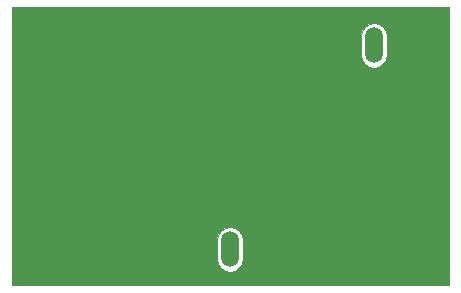
<source format=gbr>
G04 #@! TF.FileFunction,Copper,L2,Bot,Signal*
%FSLAX46Y46*%
G04 Gerber Fmt 4.6, Leading zero omitted, Abs format (unit mm)*
G04 Created by KiCad (PCBNEW 4.0.2+dfsg1-stable) date Qua 18 Mai 2016 07:41:20 BRT*
%MOMM*%
G01*
G04 APERTURE LIST*
%ADD10C,0.100000*%
%ADD11C,1.500000*%
%ADD12O,1.506220X3.014980*%
%ADD13R,4.000000X1.481000*%
%ADD14R,1.481000X4.000000*%
G04 APERTURE END LIST*
D10*
D11*
X155000000Y-94670000D03*
X157500000Y-94670000D03*
X160000000Y-94670000D03*
X162500000Y-94670000D03*
X152500000Y-99670000D03*
X155000000Y-99670000D03*
X157500000Y-99670000D03*
X160000000Y-99670000D03*
X162500000Y-99670000D03*
X146110000Y-94000000D03*
X145040000Y-95600000D03*
X147540000Y-100600000D03*
X145040000Y-100600000D03*
X142540000Y-100600000D03*
X140040000Y-100600000D03*
X142540000Y-95600000D03*
X140040000Y-95600000D03*
X137540000Y-95600000D03*
X137540000Y-100600000D03*
X151110000Y-91500000D03*
D12*
X162400000Y-89460000D03*
X164940000Y-89460000D03*
X150240000Y-106720000D03*
X147700000Y-106720000D03*
D13*
X166420000Y-99970500D03*
X166420000Y-94409500D03*
D14*
X151390500Y-88610000D03*
X145829500Y-88610000D03*
D13*
X134070000Y-95349500D03*
X134070000Y-100910500D03*
D11*
X146110000Y-91500000D03*
D10*
G36*
X168775000Y-109775000D02*
X131725000Y-109775000D01*
X131725000Y-105929230D01*
X149136890Y-105929230D01*
X149136890Y-107510770D01*
X149220859Y-107932912D01*
X149459983Y-108290787D01*
X149817858Y-108529911D01*
X150240000Y-108613880D01*
X150662142Y-108529911D01*
X151020017Y-108290787D01*
X151259141Y-107932912D01*
X151343110Y-107510770D01*
X151343110Y-105929230D01*
X151259141Y-105507088D01*
X151020017Y-105149213D01*
X150662142Y-104910089D01*
X150240000Y-104826120D01*
X149817858Y-104910089D01*
X149459983Y-105149213D01*
X149220859Y-105507088D01*
X149136890Y-105929230D01*
X131725000Y-105929230D01*
X131725000Y-88669230D01*
X161296890Y-88669230D01*
X161296890Y-90250770D01*
X161380859Y-90672912D01*
X161619983Y-91030787D01*
X161977858Y-91269911D01*
X162400000Y-91353880D01*
X162822142Y-91269911D01*
X163180017Y-91030787D01*
X163419141Y-90672912D01*
X163503110Y-90250770D01*
X163503110Y-88669230D01*
X163419141Y-88247088D01*
X163180017Y-87889213D01*
X162822142Y-87650089D01*
X162400000Y-87566120D01*
X161977858Y-87650089D01*
X161619983Y-87889213D01*
X161380859Y-88247088D01*
X161296890Y-88669230D01*
X131725000Y-88669230D01*
X131725000Y-86225000D01*
X168775000Y-86225000D01*
X168775000Y-109775000D01*
X168775000Y-109775000D01*
G37*
X168775000Y-109775000D02*
X131725000Y-109775000D01*
X131725000Y-105929230D01*
X149136890Y-105929230D01*
X149136890Y-107510770D01*
X149220859Y-107932912D01*
X149459983Y-108290787D01*
X149817858Y-108529911D01*
X150240000Y-108613880D01*
X150662142Y-108529911D01*
X151020017Y-108290787D01*
X151259141Y-107932912D01*
X151343110Y-107510770D01*
X151343110Y-105929230D01*
X151259141Y-105507088D01*
X151020017Y-105149213D01*
X150662142Y-104910089D01*
X150240000Y-104826120D01*
X149817858Y-104910089D01*
X149459983Y-105149213D01*
X149220859Y-105507088D01*
X149136890Y-105929230D01*
X131725000Y-105929230D01*
X131725000Y-88669230D01*
X161296890Y-88669230D01*
X161296890Y-90250770D01*
X161380859Y-90672912D01*
X161619983Y-91030787D01*
X161977858Y-91269911D01*
X162400000Y-91353880D01*
X162822142Y-91269911D01*
X163180017Y-91030787D01*
X163419141Y-90672912D01*
X163503110Y-90250770D01*
X163503110Y-88669230D01*
X163419141Y-88247088D01*
X163180017Y-87889213D01*
X162822142Y-87650089D01*
X162400000Y-87566120D01*
X161977858Y-87650089D01*
X161619983Y-87889213D01*
X161380859Y-88247088D01*
X161296890Y-88669230D01*
X131725000Y-88669230D01*
X131725000Y-86225000D01*
X168775000Y-86225000D01*
X168775000Y-109775000D01*
M02*

</source>
